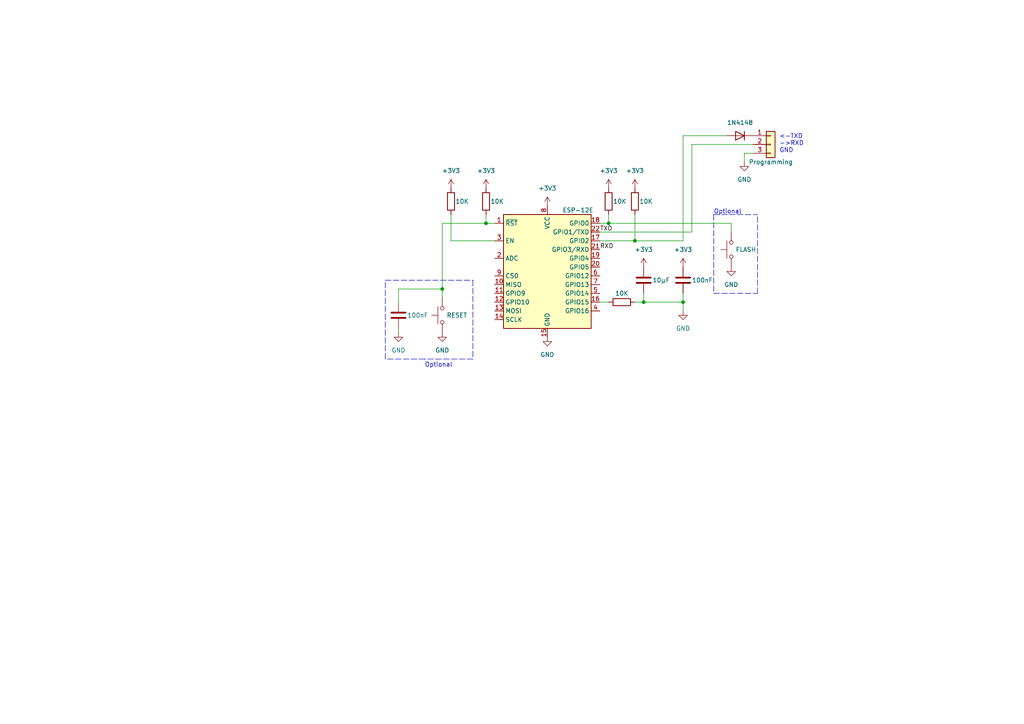
<source format=kicad_sch>
(kicad_sch (version 20210621) (generator eeschema)
  (paper "A4")
  (lib_symbols
    (symbol "Connector_Generic:Conn_01x03" (pin_names (offset 1.016) hide)
      (property "Reference" "J" (at 0 5.08 0))
      (property "Value" "Conn_01x03" (at 0 -5.08 0))
      (symbol "Conn_01x03_1_1"
        (rectangle (start -1.27 -2.413) (end 0 -2.667) (stroke (width 0.1524)))
        (rectangle (start -1.27 0.127) (end 0 -0.127) (stroke (width 0.1524)))
        (rectangle (start -1.27 2.667) (end 0 2.413) (stroke (width 0.1524)))
        (rectangle (start -1.27 3.81) (end 1.27 -3.81) (stroke (width 0.254)) (fill (type background)))
        (pin passive line (at -5.08 2.54 0) (length 3.81) (name "Pin_1") (number "1"))
        (pin passive line (at -5.08 0 0) (length 3.81) (name "Pin_2") (number "2"))
        (pin passive line (at -5.08 -2.54 0) (length 3.81) (name "Pin_3") (number "3"))
      )
    )
    (symbol "Device:C" (pin_numbers hide) (pin_names (offset 0.254))
      (property "Reference" "C" (at 0.635 2.54 0))
      (property "Value" "C" (at 0.635 -2.54 0))
      (symbol "C_0_1"
        (polyline (pts (xy -2.032 -0.762) (xy 2.032 -0.762)) (stroke (width 0.508)))
        (polyline (pts (xy -2.032 0.762) (xy 2.032 0.762)) (stroke (width 0.508)))
      )
      (symbol "C_1_1"
        (pin passive line (at 0 3.81 270) (length 2.794) (name "~") (number "1"))
        (pin passive line (at 0 -3.81 90) (length 2.794) (name "~") (number "2"))
      )
    )
    (symbol "Device:R" (pin_numbers hide) (pin_names (offset 0))
      (property "Reference" "R" (at 2.032 0 90))
      (property "Value" "R" (at 0 0 90))
      (symbol "R_0_1"
        (rectangle (start -1.016 -2.54) (end 1.016 2.54) (stroke (width 0.254)))
      )
      (symbol "R_1_1"
        (pin passive line (at 0 3.81 270) (length 1.27) (name "~") (number "1"))
        (pin passive line (at 0 -3.81 90) (length 1.27) (name "~") (number "2"))
      )
    )
    (symbol "Diode:1N4148" (pin_numbers hide) (pin_names (offset 1.016) hide)
      (property "Reference" "D" (at 0 2.54 0))
      (property "Value" "1N4148" (at 0 -2.54 0))
      (symbol "1N4148_0_1"
        (polyline (pts (xy -1.27 1.27) (xy -1.27 -1.27)) (stroke (width 0.254)))
        (polyline (pts (xy 1.27 0) (xy -1.27 0)))
        (polyline (pts (xy 1.27 1.27) (xy 1.27 -1.27) (xy -1.27 0) (xy 1.27 1.27)) (stroke (width 0.254)))
      )
      (symbol "1N4148_1_1"
        (pin passive line (at -3.81 0 0) (length 2.54) (name "K") (number "1"))
        (pin passive line (at 3.81 0 180) (length 2.54) (name "A") (number "2"))
      )
    )
    (symbol "RF_Module:ESP-12E"
      (property "Reference" "U" (at -12.7 19.05 0))
      (property "Value" "ESP-12E" (at 12.7 19.05 0))
      (symbol "ESP-12E_0_1"
        (rectangle (start -12.7 17.78) (end 12.7 -15.24) (stroke (width 0.254)) (fill (type background)))
      )
      (symbol "ESP-12E_1_1"
        (pin input line (at -15.24 15.24 0) (length 2.54) (name "~{RST}") (number "1"))
        (pin bidirectional line (at -15.24 -2.54 0) (length 2.54) (name "MISO") (number "10"))
        (pin bidirectional line (at -15.24 -5.08 0) (length 2.54) (name "GPIO9") (number "11"))
        (pin bidirectional line (at -15.24 -7.62 0) (length 2.54) (name "GPIO10") (number "12"))
        (pin bidirectional line (at -15.24 -10.16 0) (length 2.54) (name "MOSI") (number "13"))
        (pin bidirectional line (at -15.24 -12.7 0) (length 2.54) (name "SCLK") (number "14"))
        (pin power_in line (at 0 -17.78 90) (length 2.54) (name "GND") (number "15"))
        (pin bidirectional line (at 15.24 -7.62 180) (length 2.54) (name "GPIO15") (number "16"))
        (pin bidirectional line (at 15.24 10.16 180) (length 2.54) (name "GPIO2") (number "17"))
        (pin bidirectional line (at 15.24 15.24 180) (length 2.54) (name "GPIO0") (number "18"))
        (pin bidirectional line (at 15.24 5.08 180) (length 2.54) (name "GPIO4") (number "19"))
        (pin input line (at -15.24 5.08 0) (length 2.54) (name "ADC") (number "2"))
        (pin bidirectional line (at 15.24 2.54 180) (length 2.54) (name "GPIO5") (number "20"))
        (pin bidirectional line (at 15.24 7.62 180) (length 2.54) (name "GPIO3/RXD") (number "21"))
        (pin bidirectional line (at 15.24 12.7 180) (length 2.54) (name "GPIO1/TXD") (number "22"))
        (pin input line (at -15.24 10.16 0) (length 2.54) (name "EN") (number "3"))
        (pin bidirectional line (at 15.24 -10.16 180) (length 2.54) (name "GPIO16") (number "4"))
        (pin bidirectional line (at 15.24 -5.08 180) (length 2.54) (name "GPIO14") (number "5"))
        (pin bidirectional line (at 15.24 0 180) (length 2.54) (name "GPIO12") (number "6"))
        (pin bidirectional line (at 15.24 -2.54 180) (length 2.54) (name "GPIO13") (number "7"))
        (pin power_in line (at 0 20.32 270) (length 2.54) (name "VCC") (number "8"))
        (pin input line (at -15.24 0 0) (length 2.54) (name "CS0") (number "9"))
      )
    )
    (symbol "Switch:SW_Push" (pin_numbers hide) (pin_names (offset 1.016) hide)
      (property "Reference" "SW" (at 1.27 2.54 0))
      (property "Value" "SW_Push" (at 0 -1.524 0))
      (symbol "SW_Push_0_1"
        (circle (center -2.032 0) (radius 0.508))
        (circle (center 2.032 0) (radius 0.508))
        (polyline (pts (xy 0 1.27) (xy 0 3.048)))
        (polyline (pts (xy 2.54 1.27) (xy -2.54 1.27)))
        (pin passive line (at -5.08 0 0) (length 2.54) (name "1") (number "1"))
        (pin passive line (at 5.08 0 180) (length 2.54) (name "2") (number "2"))
      )
    )
    (symbol "power:+3.3V" (power) (pin_names (offset 0))
      (property "Value" "+3.3V" (at 0 3.556 0))
      (symbol "+3.3V_0_1"
        (polyline (pts (xy -0.762 1.27) (xy 0 2.54)))
        (polyline (pts (xy 0 0) (xy 0 2.54)))
        (polyline (pts (xy 0 2.54) (xy 0.762 1.27)))
      )
      (symbol "+3.3V_1_1"
        (pin power_in line (at 0 0 90) (length 0) hide (name "+3V3") (number "1"))
      )
    )
    (symbol "power:GND" (power) (pin_names (offset 0))
      (property "Value" "GND" (at 0 -3.81 0))
      (symbol "GND_0_1"
        (polyline (pts (xy 0 0) (xy 0 -1.27) (xy 1.27 -1.27) (xy 0 -2.54) (xy -1.27 -1.27) (xy 0 -1.27)))
      )
      (symbol "GND_1_1"
        (pin power_in line (at 0 0 270) (length 0) hide (name "GND") (number "1"))
      )
    )
  )
  (junction (at 128.27 83.82) (diameter 0.9144))
  (junction (at 140.97 64.77) (diameter 0.9144))
  (junction (at 176.53 64.77) (diameter 0.9144))
  (junction (at 184.15 69.85) (diameter 0.9144))
  (junction (at 186.69 87.63) (diameter 0.9144))
  (junction (at 198.12 87.63) (diameter 0.9144))
  (wire (pts (xy 115.57 83.82) (xy 115.57 87.63)))
  (wire (pts (xy 115.57 95.25) (xy 115.57 96.52)))
  (wire (pts (xy 128.27 64.77) (xy 128.27 83.82)))
  (wire (pts (xy 128.27 83.82) (xy 115.57 83.82)))
  (wire (pts (xy 128.27 83.82) (xy 128.27 86.36)))
  (wire (pts (xy 130.81 62.23) (xy 130.81 69.85)))
  (wire (pts (xy 140.97 64.77) (xy 128.27 64.77)))
  (wire (pts (xy 140.97 64.77) (xy 140.97 62.23)))
  (wire (pts (xy 143.51 64.77) (xy 140.97 64.77)))
  (wire (pts (xy 143.51 69.85) (xy 130.81 69.85)))
  (wire (pts (xy 173.99 64.77) (xy 176.53 64.77)))
  (wire (pts (xy 173.99 67.31) (xy 200.66 67.31)))
  (wire (pts (xy 173.99 69.85) (xy 184.15 69.85)))
  (wire (pts (xy 173.99 87.63) (xy 176.53 87.63)))
  (wire (pts (xy 176.53 62.23) (xy 176.53 64.77)))
  (wire (pts (xy 176.53 64.77) (xy 212.09 64.77)))
  (wire (pts (xy 184.15 62.23) (xy 184.15 69.85)))
  (wire (pts (xy 184.15 69.85) (xy 198.12 69.85)))
  (wire (pts (xy 184.15 87.63) (xy 186.69 87.63)))
  (wire (pts (xy 186.69 85.09) (xy 186.69 87.63)))
  (wire (pts (xy 198.12 39.37) (xy 210.82 39.37)))
  (wire (pts (xy 198.12 69.85) (xy 198.12 39.37)))
  (wire (pts (xy 198.12 85.09) (xy 198.12 87.63)))
  (wire (pts (xy 198.12 87.63) (xy 186.69 87.63)))
  (wire (pts (xy 198.12 87.63) (xy 198.12 90.17)))
  (wire (pts (xy 200.66 41.91) (xy 218.44 41.91)))
  (wire (pts (xy 200.66 67.31) (xy 200.66 41.91)))
  (wire (pts (xy 212.09 67.31) (xy 212.09 64.77)))
  (wire (pts (xy 215.9 44.45) (xy 215.9 46.99)))
  (wire (pts (xy 218.44 44.45) (xy 215.9 44.45)))
  (polyline (pts (xy 111.76 81.28) (xy 137.16 81.28)) (stroke (width 0) (type dash)))
  (polyline (pts (xy 111.76 104.14) (xy 111.76 81.28)) (stroke (width 0) (type dash)))
  (polyline (pts (xy 123.19 104.14) (xy 111.76 104.14)) (stroke (width 0) (type dash)))
  (polyline (pts (xy 137.16 81.28) (xy 137.16 104.14)) (stroke (width 0) (type dash)))
  (polyline (pts (xy 137.16 104.14) (xy 123.19 104.14)) (stroke (width 0) (type dash)))
  (polyline (pts (xy 207.01 62.23) (xy 207.01 85.09)) (stroke (width 0) (type dash)))
  (polyline (pts (xy 207.01 62.23) (xy 219.71 62.23)) (stroke (width 0) (type dash)))
  (polyline (pts (xy 207.01 85.09) (xy 219.71 85.09)) (stroke (width 0) (type dash)))
  (polyline (pts (xy 219.71 85.09) (xy 219.71 62.23)) (stroke (width 0) (type dash)))
  (text "Optional" (at 123.19 106.68 0) (effects (font (size 1.27 1.27)) (justify left bottom)))
  (text "Optional" (at 207.01 62.23 0) (effects (font (size 1.27 1.27)) (justify left bottom)))
  (text "<-TXD\n->RXD\nGND" (at 226.06 44.45 0) (effects (font (size 1.27 1.27)) (justify left bottom)))
  (label "TXD" (at 173.99 67.31 0))
  (label "RXD" (at 173.99 72.39 0))
  (symbol (lib_id "power:+3.3V") (at 130.81 54.61 0) (unit 1)
    (property "Reference" "#PWR?" (effects hide))
    (property "Value" "+3.3V" (at 130.81 49.53 0))
  )
  (symbol (lib_id "power:+3.3V") (at 140.97 54.61 0) (unit 1)
    (property "Reference" "#PWR?" (effects hide))
    (property "Value" "+3.3V" (at 140.97 49.53 0))
  )
  (symbol (lib_id "power:+3.3V") (at 158.75 59.69 0) (unit 1)
    (property "Reference" "#PWR?" (effects hide))
    (property "Value" "+3.3V" (at 158.75 54.61 0))
  )
  (symbol (lib_id "power:+3.3V") (at 176.53 54.61 0) (unit 1)
    (property "Reference" "#PWR?" (effects hide))
    (property "Value" "+3.3V" (at 176.53 49.53 0))
  )
  (symbol (lib_id "power:+3.3V") (at 184.15 54.61 0) (unit 1)
    (property "Reference" "#PWR?" (effects hide))
    (property "Value" "+3.3V" (at 184.15 49.53 0))
  )
  (symbol (lib_id "power:+3.3V") (at 186.69 77.47 0) (unit 1)
    (property "Reference" "#PWR?" (effects hide))
    (property "Value" "+3.3V" (at 186.69 72.39 0))
  )
  (symbol (lib_id "power:+3.3V") (at 198.12 77.47 0) (unit 1)
    (property "Reference" "#PWR?" (effects hide))
    (property "Value" "+3.3V" (at 198.12 72.39 0))
  )
  (symbol (lib_id "power:GND") (at 115.57 96.52 0) (unit 1)
    (property "Reference" "#PWR?" (effects hide))
    (property "Value" "GND" (at 115.57 101.6 0))
  )
  (symbol (lib_id "power:GND") (at 128.27 96.52 0) (unit 1)
    (property "Reference" "#PWR?" (effects hide))
    (property "Value" "GND" (at 128.27 101.6 0))
  )
  (symbol (lib_id "power:GND") (at 158.75 97.79 0) (unit 1)
    (property "Reference" "#PWR?" (effects hide))
    (property "Value" "GND" (at 158.75 102.87 0))
  )
  (symbol (lib_id "power:GND") (at 198.12 90.17 0) (unit 1)
    (property "Reference" "#PWR?" (effects hide))
    (property "Value" "GND" (at 198.12 95.25 0))
  )
  (symbol (lib_id "power:GND") (at 212.09 77.47 0) (unit 1)
    (property "Reference" "#PWR?" (effects hide))
    (property "Value" "GND" (at 212.09 82.55 0))
  )
  (symbol (lib_id "power:GND") (at 215.9 46.99 0) (unit 1)
    (property "Reference" "#PWR?" (effects hide))
    (property "Value" "GND" (at 215.9 52.07 0))
  )
  (symbol (lib_id "Device:R") (at 130.81 58.42 0) (unit 1)
    (property "Reference" "R?" (effects hide))
    (property "Value" "10K" (at 132.08 58.4199 0) (effects (justify left)))
  )
  (symbol (lib_id "Device:R") (at 140.97 58.42 0) (unit 1)
    (property "Reference" "R?" (effects hide))
    (property "Value" "10K" (at 142.24 58.4199 0) (effects (justify left)))
  )
  (symbol (lib_id "Device:R") (at 176.53 58.42 0) (unit 1)
    (property "Reference" "R?" (effects hide))
    (property "Value" "10K" (at 177.8 58.4199 0) (effects (justify left)))
  )
  (symbol (lib_id "Device:R") (at 180.34 87.63 270) (unit 1)
    (property "Reference" "R?" (effects hide))
    (property "Value" "10K" (at 180.34 85.09 90))
  )
  (symbol (lib_id "Device:R") (at 184.15 58.42 0) (unit 1)
    (property "Reference" "R?" (effects hide))
    (property "Value" "10K" (at 185.42 58.4199 0) (effects (justify left)))
  )
  (symbol (lib_id "Diode:1N4148") (at 214.63 39.37 180) (unit 1)
    (property "Reference" "D?" (effects hide))
    (property "Value" "1N4148" (at 214.63 35.56 0))
    (property "Footprint" "Diode_THT:D_DO-35_SOD27_P7.62mm_Horizontal" (effects hide))
    (property "Datasheet" "https://assets.nexperia.com/documents/data-sheet/1N4148_1N4448.pdf" (effects hide))
  )
  (symbol (lib_id "Device:C") (at 115.57 91.44 0) (unit 1)
    (property "Reference" "C?" (effects hide))
    (property "Value" "100nF" (at 118.11 91.4399 0) (effects (justify left)))
  )
  (symbol (lib_id "Device:C") (at 186.69 81.28 0) (unit 1)
    (property "Reference" "C?" (effects hide))
    (property "Value" "10µF" (at 189.23 81.2799 0) (effects (justify left)))
  )
  (symbol (lib_id "Device:C") (at 198.12 81.28 0) (unit 1)
    (property "Reference" "C?" (effects hide))
    (property "Value" "100nF" (at 200.66 81.2799 0) (effects (justify left)))
  )
  (symbol (lib_id "Switch:SW_Push") (at 128.27 91.44 90) (unit 1)
    (property "Reference" "SW?" (effects hide))
    (property "Value" "RESET" (at 129.54 91.4399 90) (effects (justify right)))
  )
  (symbol (lib_id "Switch:SW_Push") (at 212.09 72.39 90) (unit 1)
    (property "Reference" "SW?" (effects hide))
    (property "Value" "FLASH" (at 213.36 72.3899 90) (effects (justify right)))
  )
  (symbol (lib_id "Connector_Generic:Conn_01x03") (at 223.52 41.91 0) (unit 1)
    (property "Reference" "J?" (effects hide))
    (property "Value" "Programming" (at 217.17 46.9899 0) (effects (justify left)))
  )
  (symbol (lib_id "RF_Module:ESP-12E") (at 158.75 80.01 0) (unit 1)
    (property "Reference" "U?" (effects hide))
    (property "Value" "ESP-12E" (at 167.64 60.96 0))
    (property "Footprint" "RF_Module:ESP-12E" (effects hide))
    (property "Datasheet" "http://wiki.ai-thinker.com/_media/esp8266/esp8266_series_modules_user_manual_v1.1.pdf" (effects hide))
  )
)
</source>
